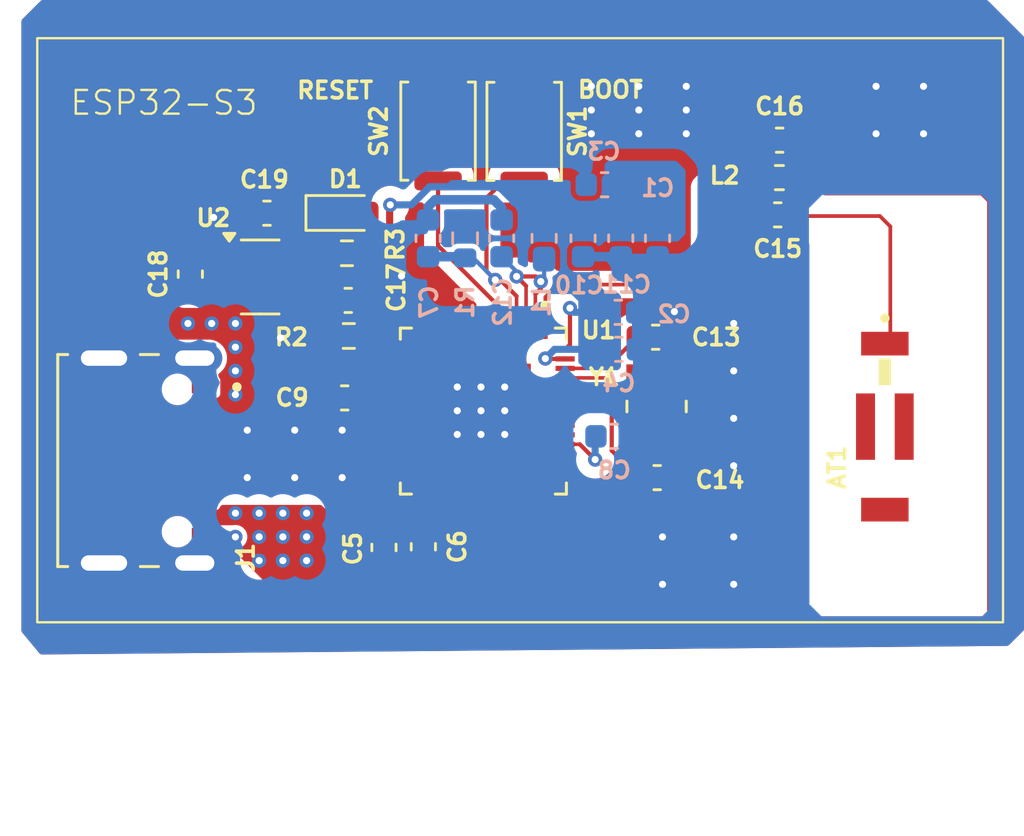
<source format=kicad_pcb>
(kicad_pcb (version 20241229) (generator "pcbnew") (generator_version "9.0")
  (layers (0 "F.Cu" signal) (4 "In1.Cu" signal) (6 "In2.Cu" signal) (2 "B.Cu" signal) (13 "F.Paste" user) (15 "B.Paste" user) (5 "F.SilkS" user "F.Silkscreen") (7 "B.SilkS" user "B.Silkscreen") (1 "F.Mask" user) (3 "B.Mask" user) (25 "Edge.Cuts" user))
  (net 0 "")
  (net 1 "Net-(AT1-Pad1)")
  (net 2 "/ESP32-S3/GND")
  (net 3 "/ESP32-S3/3V3")
  (net 4 "/ESP32-S3/VDD_SPI")
  (net 5 "Net-(U1-CHIP_PU)")
  (net 6 "/ESP32-S3/VDD3P3_CPU")
  (net 7 "/ESP32-S3/VDD3P3_RTC")
  (net 8 "/ESP32-S3/VDD3P3")
  (net 9 "Net-(C13-Pad1)")
  (net 10 "Net-(U1-XTAL_P)")
  (net 11 "Net-(U1-XTAL_N)")
  (net 12 "Net-(C14-Pad1)")
  (net 13 "/ESP32-S3/LNA_IN")
  (net 14 "/ESP32-S3/D-")
  (net 15 "/ESP32-S3/D+")
  (net 16 "Net-(U1-GPIO0)")
  (net 17 "/ESP32-S3/SPID")
  (net 18 "/ESP32-S3/SPIHD")
  (net 19 "/ESP32-S3/XTAL_32K_P")
  (net 20 "/ESP32-S3/MTMS")
  (net 21 "/ESP32-S3/GPIO46")
  (net 22 "/ESP32-S3/GPIO13")
  (net 23 "/ESP32-S3/GPIO7")
  (net 24 "/ESP32-S3/U0TXD")
  (net 25 "/ESP32-S3/SPIWP")
  (net 26 "/ESP32-S3/XTAL_32K_N")
  (net 27 "/ESP32-S3/MTDI")
  (net 28 "/ESP32-S3/SPICLK_N")
  (net 29 "/ESP32-S3/MTDO")
  (net 30 "/ESP32-S3/GPIO34")
  (net 31 "/ESP32-S3/GPIO12")
  (net 32 "/ESP32-S3/SPICS1")
  (net 33 "/ESP32-S3/SPIQ")
  (net 34 "/ESP32-S3/GPIO36")
  (net 35 "/ESP32-S3/GPIO3")
  (net 36 "/ESP32-S3/GPIO35")
  (net 37 "/ESP32-S3/MTCK")
  (net 38 "/ESP32-S3/U0RXD")
  (net 39 "/ESP32-S3/GPIO38")
  (net 40 "/ESP32-S3/GPIO45")
  (net 41 "/ESP32-S3/GPIO11")
  (net 42 "/ESP32-S3/GPIO21")
  (net 43 "/ESP32-S3/SPICLK_P")
  (net 44 "/ESP32-S3/GPIO17")
  (net 45 "/ESP32-S3/GPIO8")
  (net 46 "/ESP32-S3/GPIO14")
  (net 47 "/ESP32-S3/GPIO37")
  (net 48 "/ESP32-S3/GPIO33")
  (net 49 "/ESP32-S3/GPIO2")
  (net 50 "/ESP32-S3/GPIO5")
  (net 51 "/ESP32-S3/GPIO4")
  (net 52 "/ESP32-S3/SPICLK")
  (net 53 "/ESP32-S3/GPIO1")
  (net 54 "/ESP32-S3/GPIO6")
  (net 55 "/ESP32-S3/GPIO9")
  (net 56 "/ESP32-S3/SPICS0")
  (net 57 "/ESP32-S3/GPIO18")
  (net 60 "/ESP32-S3/VBUS")
  (net 63 "Net-(D1-A)")
  (net 64 "/ESP32-S3/GPIO10_DBLTAP")
  (footprint "LED_SMD:LED_0603_1608Metric_Pad1.05x0.95mm_HandSolder" (layer "F.Cu") (at 156.6325 107.34)
    (property "Reference" "D1" (at 0 -1.43 0) (layer "F.SilkS") (effects (font (size 0.7 0.7) (thickness 0.153))))
    (property "Value" "LED")
    (pad "1" smd roundrect (at -0.875 0) (size 1.05 0.95) (layers "F.Cu" "F.Mask" "F.Paste") (net 2 "/ESP32-S3/GND"))
    (pad "2" smd roundrect (at 0.875 0) (size 1.05 0.95) (layers "F.Cu" "F.Mask" "F.Paste") (net 63 "Net-(D1-A)"))
  )
  (footprint "Library:C_0603_1608Metric" (layer "F.Cu") (at 156.605 115.14 180)
    (property "Reference" "C9" (at 2.215 0.01 0) (layer "F.SilkS") (effects (font (size 0.7 0.7) (thickness 0.153))))
    (property "Value" "1uF")
    (pad "1" smd roundrect (at -0.775 0 180) (size 0.9 0.95) (layers "F.Cu" "F.Mask" "F.Paste") (net 7 "/ESP32-S3/VDD3P3_RTC"))
    (pad "2" smd roundrect (at 0.775 0 180) (size 0.9 0.95) (layers "F.Cu" "F.Mask" "F.Paste") (net 2 "/ESP32-S3/GND"))
  )
  (footprint "Library:C_0603_1608Metric" (layer "F.Cu") (at 159.92 121.415 -90)
    (property "Reference" "C6" (at 0 -1.43 90) (layer "F.SilkS") (effects (font (size 0.7 0.7) (thickness 0.153))))
    (property "Value" "0.1uF")
    (pad "1" smd roundrect (at -0.775 0 270) (size 0.9 0.95) (layers "F.Cu" "F.Mask" "F.Paste") (net 4 "/ESP32-S3/VDD_SPI"))
    (pad "2" smd roundrect (at 0.775 0 270) (size 0.9 0.95) (layers "F.Cu" "F.Mask" "F.Paste") (net 2 "/ESP32-S3/GND"))
  )
  (footprint "Library:ANTENNA_2450AT43B100E" (layer "F.Cu") (at 179.37 116.35 90)
    (property "Reference" "AT1" (at -1.714265 -2.013025 90) (layer "F.SilkS") (effects (font (size 0.7 0.7) (thickness 0.153))))
    (property "Value" "2450AT43B100E")
    (pad "1" smd rect (at 3.5 0 90) (size 1 2) (layers "F.Cu" "F.Mask" "F.Paste") (net 1 "Net-(AT1-Pad1)"))
    (pad "2" smd rect (at -3.5 0 90) (size 1 2) (layers "F.Cu" "F.Mask" "F.Paste"))
    (pad "3" smd rect (at 0 -0.815 90) (size 2.8 0.8) (layers "F.Cu" "F.Mask" "F.Paste"))
    (pad "4" smd rect (at 0 0.815 90) (size 2.8 0.8) (layers "F.Cu" "F.Mask" "F.Paste"))
  )
  (footprint "Capacitor_SMD:C_0603_1608Metric" (layer "F.Cu") (at 150.1 109.92 -90)
    (property "Reference" "C18" (at 0 1.35 90) (layer "F.SilkS") (effects (font (size 0.7 0.7) (thickness 0.153))))
    (property "Value" "22uF")
    (pad "1" smd roundrect (at -0.775 0 270) (size 0.9 0.95) (layers "F.Cu" "F.Mask" "F.Paste") (net 60 "/ESP32-S3/VBUS"))
    (pad "2" smd roundrect (at 0.775 0 270) (size 0.9 0.95) (layers "F.Cu" "F.Mask" "F.Paste") (net 2 "/ESP32-S3/GND"))
  )
  (footprint "Library:XTAL_SXT32412CC38-40.000MT" (layer "F.Cu") (at 169.75 115.5)
    (property "Reference" "Y1" (at -2.2 -1.24 0) (layer "F.SilkS") (effects (font (size 0.7 0.7) (thickness 0.153))))
    (property "Value" "40Mhz")
    (pad "1" smd rect (at -0.775 -1.125) (size 1 1.3) (layers "F.Cu" "F.Mask" "F.Paste") (net 9 "Net-(C13-Pad1)"))
    (pad "2" smd rect (at -0.775 1.125) (size 1 1.3) (layers "F.Cu" "F.Mask" "F.Paste"))
    (pad "3" smd rect (at 0.775 1.125) (size 1 1.3) (layers "F.Cu" "F.Mask" "F.Paste") (net 12 "Net-(C14-Pad1)"))
    (pad "4" smd rect (at 0.775 -1.125) (size 1 1.3) (layers "F.Cu" "F.Mask" "F.Paste"))
  )
  (footprint "Library:SW_Push_SPST_NO_Alps_SKRK" (layer "F.Cu") (at 164.17 103.9 -90)
    (property "Reference" "SW1" (at 0 -2.25 90) (layer "F.SilkS") (effects (font (size 0.7 0.7) (thickness 0.153))))
    (property "Value" "RESET" (at -1.73 7.97 0) (layer "F.SilkS") (effects (font (size 0.7 0.7) (thickness 0.153) (bold yes))))
    (pad "1" smd roundrect (at -2.1 0 270) (size 0.8 2) (layers "F.Cu" "F.Mask" "F.Paste") (net 2 "/ESP32-S3/GND"))
    (pad "2" smd roundrect (at 2.1 0 270) (size 0.8 2) (layers "F.Cu" "F.Mask" "F.Paste") (net 5 "Net-(U1-CHIP_PU)"))
  )
  (footprint "Library:C_0603_1608Metric" (layer "F.Cu") (at 156.755 111.0275 180)
    (property "Reference" "C17" (at -2.025 0.5375 90) (layer "F.SilkS") (effects (font (size 0.7 0.7) (thickness 0.153))))
    (property "Value" "1uF")
    (pad "1" smd roundrect (at -0.775 0 180) (size 0.9 0.95) (layers "F.Cu" "F.Mask" "F.Paste") (net 64 "/ESP32-S3/GPIO10_DBLTAP"))
    (pad "2" smd roundrect (at 0.775 0 180) (size 0.9 0.95) (layers "F.Cu" "F.Mask" "F.Paste") (net 2 "/ESP32-S3/GND"))
  )
  (footprint "Library:JAE_DX07S016JA1R1500" (layer "F.Cu") (at 149.5625 117.78075 -90)
    (property "Reference" "J1" (at 4.09 -2.87 90) (layer "F.SilkS") (effects (font (size 0.7 0.7) (thickness 0.153) (bold yes))))
    (property "Value" "DX07S016JA1R1500")
    (pad "" np_thru_hole circle (at -3 0 270) (size 0.63 0.63) (drill 0.63) (layers "*.Cu" "*.Mask"))
    (pad "" np_thru_hole circle (at 3 0 270) (size 0.63 0.63) (drill 0.63) (layers "*.Cu" "*.Mask"))
    (pad "1" smd rect (at -3.1 -1.1 270) (size 0.52 1) (layers "F.Cu" "F.Mask" "F.Paste") (net 2 "/ESP32-S3/GND"))
    (pad "2" smd rect (at -2.35 -1.1 270) (size 0.52 1) (layers "F.Cu" "F.Mask" "F.Paste") (net 60 "/ESP32-S3/VBUS"))
    (pad "3" smd rect (at -1.75 -1.1 270) (size 0.27 1) (layers "F.Cu" "F.Mask" "F.Paste"))
    (pad "4" smd rect (at -1.25 -1.1 270) (size 0.27 1) (layers "F.Cu" "F.Mask" "F.Paste"))
    (pad "5" smd rect (at -0.75 -1.1 270) (size 0.27 1) (layers "F.Cu" "F.Mask" "F.Paste") (net 14 "/ESP32-S3/D-"))
    (pad "6" smd rect (at -0.25 -1.1 270) (size 0.27 1) (layers "F.Cu" "F.Mask" "F.Paste") (net 15 "/ESP32-S3/D+"))
    (pad "7" smd rect (at 0.25 -1.1 270) (size 0.27 1) (layers "F.Cu" "F.Mask" "F.Paste") (net 15 "/ESP32-S3/D+"))
    (pad "8" smd rect (at 0.75 -1.1 270) (size 0.27 1) (layers "F.Cu" "F.Mask" "F.Paste") (net 14 "/ESP32-S3/D-"))
    (pad "9" smd rect (at 1.25 -1.1 270) (size 0.27 1) (layers "F.Cu" "F.Mask" "F.Paste"))
    (pad "10" smd rect (at 1.75 -1.1 270) (size 0.27 1) (layers "F.Cu" "F.Mask" "F.Paste"))
    (pad "11" smd rect (at 2.35 -1.1 270) (size 0.52 1) (layers "F.Cu" "F.Mask" "F.Paste") (net 60 "/ESP32-S3/VBUS"))
    (pad "12" smd rect (at 3.1 -1.1 270) (size 0.52 1) (layers "F.Cu" "F.Mask" "F.Paste") (net 2 "/ESP32-S3/GND"))
    (pad "S1" smd rect (at -1.4 3.1 270) (size 1 2) (layers "F.Cu" "F.Mask" "F.Paste") (net 2 "/ESP32-S3/GND"))
    (pad "S2" smd rect (at 1.4 3.1 270) (size 1 2) (layers "F.Cu" "F.Mask" "F.Paste") (net 2 "/ESP32-S3/GND"))
    (pad "S3" thru_hole oval (at -4.32 -0.725 270) (size 1.158 2.316) (drill oval 0.65 1.65) (layers "*.Cu" "*.Mask") (net 2 "/ESP32-S3/GND"))
    (pad "S4" thru_hole oval (at 4.32 -0.725 270) (size 1.158 2.316) (drill oval 0.65 1.65) (layers "*.Cu" "*.Mask") (net 2 "/ESP32-S3/GND"))
    (pad "S5" thru_hole oval (at -4.32 3.1 270) (size 1.2 2.4) (drill oval 0.65 1.95) (layers "*.Cu" "*.Mask") (net 2 "/ESP32-S3/GND"))
    (pad "S6" thru_hole oval (at 4.32 3.1 270) (size 1.2 2.4) (drill oval 0.65 1.95) (layers "*.Cu" "*.Mask") (net 2 "/ESP32-S3/GND"))
  )
  (footprint "Library:C_0603_1608Metric" (layer "F.Cu") (at 174.935 104.27)
    (property "Reference" "C16" (at 0 -1.43 0) (layer "F.SilkS") (effects (font (size 0.7 0.7) (thickness 0.153))))
    (property "Value" "1uF")
    (pad "1" smd roundrect (at -0.775 0) (size 0.9 0.95) (layers "F.Cu" "F.Mask" "F.Paste") (net 13 "/ESP32-S3/LNA_IN"))
    (pad "2" smd roundrect (at 0.775 0) (size 0.9 0.95) (layers "F.Cu" "F.Mask" "F.Paste") (net 2 "/ESP32-S3/GND"))
  )
  (footprint "Capacitor_SMD:C_0603_1608Metric" (layer "F.Cu") (at 153.33 107.35 180)
    (property "Reference" "C19" (at 0.11 1.42 0) (layer "F.SilkS") (effects (font (size 0.7 0.7) (thickness 0.153))))
    (property "Value" "22uF")
    (pad "1" smd roundrect (at -0.775 0 180) (size 0.9 0.95) (layers "F.Cu" "F.Mask" "F.Paste") (net 3 "/ESP32-S3/3V3"))
    (pad "2" smd roundrect (at 0.775 0 180) (size 0.9 0.95) (layers "F.Cu" "F.Mask" "F.Paste") (net 2 "/ESP32-S3/GND"))
  )
  (footprint "Library:C_0603_1608Metric" (layer "F.Cu") (at 158.26 121.445 90)
    (property "Reference" "C5" (at -0.055 -1.31 90) (layer "F.SilkS") (effects (font (size 0.7 0.7) (thickness 0.153))))
    (property "Value" "1uF")
    (pad "1" smd roundrect (at -0.775 0 90) (size 0.9 0.95) (layers "F.Cu" "F.Mask" "F.Paste") (net 2 "/ESP32-S3/GND"))
    (pad "2" smd roundrect (at 0.775 0 90) (size 0.9 0.95) (layers "F.Cu" "F.Mask" "F.Paste") (net 4 "/ESP32-S3/VDD_SPI"))
  )
  (footprint "Library:C_0603_1608Metric" (layer "F.Cu") (at 169.775 118.5 180)
    (property "Reference" "C14" (at -2.645 -0.1 0) (layer "F.SilkS") (effects (font (size 0.7 0.7) (thickness 0.153))))
    (property "Value" "16pF")
    (pad "1" smd roundrect (at -0.775 0 180) (size 0.9 0.95) (layers "F.Cu" "F.Mask" "F.Paste") (net 12 "Net-(C14-Pad1)"))
    (pad "2" smd roundrect (at 0.775 0 180) (size 0.9 0.95) (layers "F.Cu" "F.Mask" "F.Paste") (net 11 "Net-(U1-XTAL_N)"))
  )
  (footprint "Library:SW_Push_SPST_NO_Alps_SKRK" (layer "F.Cu") (at 160.54 103.89 90)
    (property "Reference" "SW2" (at 0 -2.5 90) (layer "F.SilkS") (effects (font (size 0.7 0.7) (thickness 0.153))))
    (property "Value" "BOOT" (at 1.75 7.26 180) (layer "F.SilkS") (effects (font (size 0.7 0.7) (thickness 0.153) (bold yes))))
    (pad "1" smd roundrect (at -2.1 0 90) (size 0.8 2) (layers "F.Cu" "F.Mask" "F.Paste") (net 16 "Net-(U1-GPIO0)"))
    (pad "2" smd roundrect (at 2.1 0 90) (size 0.8 2) (layers "F.Cu" "F.Mask" "F.Paste") (net 2 "/ESP32-S3/GND"))
  )
  (footprint "Library:C_0603_1608Metric" (layer "F.Cu") (at 169.71 112.58 180)
    (property "Reference" "C13" (at -2.55 0 0) (layer "F.SilkS") (effects (font (size 0.7 0.7) (thickness 0.153))))
    (property "Value" "16pF")
    (pad "1" smd roundrect (at -0.775 0 180) (size 0.9 0.95) (layers "F.Cu" "F.Mask" "F.Paste") (net 9 "Net-(C13-Pad1)"))
    (pad "2" smd roundrect (at 0.775 0 180) (size 0.9 0.95) (layers "F.Cu" "F.Mask" "F.Paste") (net 10 "Net-(U1-XTAL_P)"))
  )
  (footprint "Library:R_0603_1608Metric" (layer "F.Cu") (at 156.78 112.5275 180)
    (property "Reference" "R2" (at 2.42 -0.0525 0) (layer "F.SilkS") (effects (font (size 0.7 0.7) (thickness 0.153))))
    (property "Value" "1M")
    (pad "1" smd roundrect (at -0.825 0 180) (size 0.8 0.95) (layers "F.Cu" "F.Mask" "F.Paste") (net 64 "/ESP32-S3/GPIO10_DBLTAP"))
    (pad "2" smd roundrect (at 0.825 0 180) (size 0.8 0.95) (layers "F.Cu" "F.Mask" "F.Paste") (net 2 "/ESP32-S3/GND"))
  )
  (footprint "Library:C_0603_1608Metric" (layer "F.Cu") (at 174.855 107.42 180)
    (property "Reference" "C15" (at 0 -1.43 0) (layer "F.SilkS") (effects (font (size 0.7 0.7) (thickness 0.153))))
    (property "Value" "0.1uF")
    (pad "1" smd roundrect (at -0.775 0 180) (size 0.9 0.95) (layers "F.Cu" "F.Mask" "F.Paste") (net 1 "Net-(AT1-Pad1)"))
    (pad "2" smd roundrect (at 0.775 0 180) (size 0.9 0.95) (layers "F.Cu" "F.Mask" "F.Paste") (net 2 "/ESP32-S3/GND"))
  )
  (footprint "Resistor_SMD:R_0603_1608Metric" (layer "F.Cu") (at 156.7 109.04)
    (property "Reference" "R3" (at 2.04 -0.37 90) (layer "F.SilkS") (effects (font (size 0.7 0.7) (thickness 0.153))))
    (property "Value" "4.7K")
    (pad "1" smd roundrect (at -0.825 0) (size 0.8 0.95) (layers "F.Cu" "F.Mask" "F.Paste") (net 3 "/ESP32-S3/3V3"))
    (pad "2" smd roundrect (at 0.825 0) (size 0.8 0.95) (layers "F.Cu" "F.Mask" "F.Paste") (net 63 "Net-(D1-A)"))
  )
  (footprint "Library:QFN40P700X700X90-57N" (layer "F.Cu") (at 162.45 115.695 -90)
    (property "Reference" "U1" (at -3.41 -4.86 0) (layer "F.SilkS") (effects (font (size 0.7 0.7) (thickness 0.153))))
    (property "Value" "ESP32-S3FN8")
    (pad "1" smd roundrect (at -3.445 -2.6 270) (size 0.81 0.22) (layers "F.Cu" "F.Mask" "F.Paste") (roundrect_rratio 0.125) (net 13 "/ESP32-S3/LNA_IN"))
    (pad "2" smd roundrect (at -3.445 -2.2 270) (size 0.81 0.22) (layers "F.Cu" "F.Mask" "F.Paste") (roundrect_rratio 0.125) (net 8 "/ESP32-S3/VDD3P3"))
    (pad "3" smd roundrect (at -3.445 -1.8 270) (size 0.81 0.22) (layers "F.Cu" "F.Mask" "F.Paste") (roundrect_rratio 0.125) (net 8 "/ESP32-S3/VDD3P3"))
    (pad "4" smd roundrect (at -3.445 -1.4 270) (size 0.81 0.22) (layers "F.Cu" "F.Mask" "F.Paste") (roundrect_rratio 0.125) (net 5 "Net-(U1-CHIP_PU)"))
    (pad "5" smd roundrect (at -3.445 -1 270) (size 0.81 0.22) (layers "F.Cu" "F.Mask" "F.Paste") (roundrect_rratio 0.125) (net 16 "Net-(U1-GPIO0)"))
    (pad "6" smd roundrect (at -3.445 -0.6 270) (size 0.81 0.22) (layers "F.Cu" "F.Mask" "F.Paste") (roundrect_rratio 0.125) (net 53 "/ESP32-S3/GPIO1"))
    (pad "7" smd roundrect (at -3.445 -0.2 270) (size 0.81 0.22) (layers "F.Cu" "F.Mask" "F.Paste") (roundrect_rratio 0.125) (net 49 "/ESP32-S3/GPIO2"))
    (pad "8" smd roundrect (at -3.445 0.2 270) (size 0.81 0.22) (layers "F.Cu" "F.Mask" "F.Paste") (roundrect_rratio 0.125) (net 35 "/ESP32-S3/GPIO3"))
    (pad "9" smd roundrect (at -3.445 0.6 270) (size 0.81 0.22) (layers "F.Cu" "F.Mask" "F.Paste") (roundrect_rratio 0.125) (net 51 "/ESP32-S3/GPIO4"))
    (pad "10" smd roundrect (at -3.445 1 270) (size 0.81 0.22) (layers "F.Cu" "F.Mask" "F.Paste") (roundrect_rratio 0.125) (net 50 "/ESP32-S3/GPIO5"))
    (pad "11" smd roundrect (at -3.445 1.4 270) (size 0.81 0.22) (layers "F.Cu" "F.Mask" "F.Paste") (roundrect_rratio 0.125) (net 54 "/ESP32-S3/GPIO6"))
    (pad "12" smd roundrect (at -3.445 1.8 270) (size 0.81 0.22) (layers "F.Cu" "F.Mask" "F.Paste") (roundrect_rratio 0.125) (net 23 "/ESP32-S3/GPIO7"))
    (pad "13" smd roundrect (at -3.445 2.2 270) (size 0.81 0.22) (layers "F.Cu" "F.Mask" "F.Paste") (roundrect_rratio 0.125) (net 45 "/ESP32-S3/GPIO8"))
    (pad "14" smd roundrect (at -3.445 2.6 270) (size 0.81 0.22) (layers "F.Cu" "F.Mask" "F.Paste") (roundrect_rratio 0.125) (net 55 "/ESP32-S3/GPIO9"))
    (pad "15" smd roundrect (at -2.6 3.445 270) (size 0.22 0.81) (layers "F.Cu" "F.Mask" "F.Paste") (roundrect_rratio 0.125) (net 64 "/ESP32-S3/GPIO10_DBLTAP"))
    (pad "16" smd roundrect (at -2.2 3.445 270) (size 0.22 0.81) (layers "F.Cu" "F.Mask" "F.Paste") (roundrect_rratio 0.125) (net 41 "/ESP32-S3/GPIO11"))
    (pad "17" smd roundrect (at -1.8 3.445 270) (size 0.22 0.81) (layers "F.Cu" "F.Mask" "F.Paste") (roundrect_rratio 0.125) (net 31 "/ESP32-S3/GPIO12"))
    (pad "18" smd roundrect (at -1.4 3.445 270) (size 0.22 0.81) (layers "F.Cu" "F.Mask" "F.Paste") (roundrect_rratio 0.125) (net 22 "/ESP32-S3/GPIO13"))
    (pad "19" smd roundrect (at -1 3.445 270) (size 0.22 0.81) (layers "F.Cu" "F.Mask" "F.Paste") (roundrect_rratio 0.125) (net 46 "/ESP32-S3/GPIO14"))
    (pad "20" smd roundrect (at -0.6 3.445 270) (size 0.22 0.81) (layers "F.Cu" "F.Mask" "F.Paste") (roundrect_rratio 0.125) (net 7 "/ESP32-S3/VDD3P3_RTC"))
    (pad "21" smd roundrect (at -0.2 3.445 270) (size 0.22 0.81) (layers "F.Cu" "F.Mask" "F.Paste") (roundrect_rratio 0.125) (net 19 "/ESP32-S3/XTAL_32K_P"))
    (pad "22" smd roundrect (at 0.2 3.445 270) (size 0.22 0.81) (layers "F.Cu" "F.Mask" "F.Paste") (roundrect_rratio 0.125) (net 26 "/ESP32-S3/XTAL_32K_N"))
    (pad "23" smd roundrect (at 0.6 3.445 270) (size 0.22 0.81) (layers "F.Cu" "F.Mask" "F.Paste") (roundrect_rratio 0.125) (net 44 "/ESP32-S3/GPIO17"))
    (pad "24" smd roundrect (at 1 3.445 270) (size 0.22 0.81) (layers "F.Cu" "F.Mask" "F.Paste") (roundrect_rratio 0.125) (net 57 "/ESP32-S3/GPIO18"))
    (pad "25" smd roundrect (at 1.4 3.445 270) (size 0.22 0.81) (layers "F.Cu" "F.Mask" "F.Paste") (roundrect_rratio 0.125) (net 14 "/ESP32-S3/D-"))
    (pad "26" smd roundrect (at 1.8 3.445 270) (size 0.22 0.81) (layers "F.Cu" "F.Mask" "F.Paste") (roundrect_rratio 0.125) (net 15 "/ESP32-S3/D+"))
    (pad "27" smd roundrect (at 2.2 3.445 270) (size 0.22 0.81) (layers "F.Cu" "F.Mask" "F.Paste") (roundrect_rratio 0.125) (net 42 "/ESP32-S3/GPIO21"))
    (pad "28" smd roundrect (at 2.6 3.445 270) (size 0.22 0.81) (layers "F.Cu" "F.Mask" "F.Paste") (roundrect_rratio 0.125) (net 32 "/ESP32-S3/SPICS1"))
    (pad "29" smd roundrect (at 3.445 2.6 270) (size 0.81 0.22) (layers "F.Cu" "F.Mask" "F.Paste") (roundrect_rratio 0.125) (net 4 "/ESP32-S3/VDD_SPI"))
    (pad "30" smd roundrect (at 3.445 2.2 270) (size 0.81 0.22) (layers "F.Cu" "F.Mask" "F.Paste") (roundrect_rratio 0.125) (net 18 "/ESP32-S3/SPIHD"))
    (pad "31" smd roundrect (at 3.445 1.8 270) (size 0.81 0.22) (layers "F.Cu" "F.Mask" "F.Paste") (roundrect_rratio 0.125) (net 25 "/ESP32-S3/SPIWP"))
    (pad "32" smd roundrect (at 3.445 1.4 270) (size 0.81 0.22) (layers "F.Cu" "F.Mask" "F.Paste") (roundrect_rratio 0.125) (net 56 "/ESP32-S3/SPICS0"))
    (pad "33" smd roundrect (at 3.445 1 270) (size 0.81 0.22) (layers "F.Cu" "F.Mask" "F.Paste") (roundrect_rratio 0.125) (net 52 "/ESP32-S3/SPICLK"))
    (pad "34" smd roundrect (at 3.445 0.6 270) (size 0.81 0.22) (layers "F.Cu" "F.Mask" "F.Paste") (roundrect_rratio 0.125) (net 33 "/ESP32-S3/SPIQ"))
    (pad "35" smd roundrect (at 3.445 0.2 270) (size 0.81 0.22) (layers "F.Cu" "F.Mask" "F.Paste") (roundrect_rratio 0.125) (net 17 "/ESP32-S3/SPID"))
    (pad "36" smd roundrect (at 3.445 -0.2 270) (size 0.81 0.22) (layers "F.Cu" "F.Mask" "F.Paste") (roundrect_rratio 0.125) (net 28 "/ESP32-S3/SPICLK_N"))
    (pad "37" smd roundrect (at 3.445 -0.6 270) (size 0.81 0.22) (layers "F.Cu" "F.Mask" "F.Paste") (roundrect_rratio 0.125) (net 43 "/ESP32-S3/SPICLK_P"))
    (pad "38" smd roundrect (at 3.445 -1 270) (size 0.81 0.22) (layers "F.Cu" "F.Mask" "F.Paste") (roundrect_rratio 0.125) (net 48 "/ESP32-S3/GPIO33"))
    (pad "39" smd roundrect (at 3.445 -1.4 270) (size 0.81 0.22) (layers "F.Cu" "F.Mask" "F.Paste") (roundrect_rratio 0.125) (net 30 "/ESP32-S3/GPIO34"))
    (pad "40" smd roundrect (at 3.445 -1.8 270) (size 0.81 0.22) (layers "F.Cu" "F.Mask" "F.Paste") (roundrect_rratio 0.125) (net 36 "/ESP32-S3/GPIO35"))
    (pad "41" smd roundrect (at 3.445 -2.2 270) (size 0.81 0.22) (layers "F.Cu" "F.Mask" "F.Paste") (roundrect_rratio 0.125) (net 34 "/ESP32-S3/GPIO36"))
    (pad "42" smd roundrect (at 3.445 -2.6 270) (size 0.81 0.22) (layers "F.Cu" "F.Mask" "F.Paste") (roundrect_rratio 0.125) (net 47 "/ESP32-S3/GPIO37"))
    (pad "43" smd roundrect (at 2.6 -3.445 270) (size 0.22 0.81) (layers "F.Cu" "F.Mask" "F.Paste") (roundrect_rratio 0.125) (net 39 "/ESP32-S3/GPIO38"))
    (pad "44" smd roundrect (at 2.2 -3.445 270) (size 0.22 0.81) (layers "F.Cu" "F.Mask" "F.Paste") (roundrect_rratio 0.125) (net 37 "/ESP32-S3/MTCK"))
    (pad "45" smd roundrect (at 1.8 -3.445 270) (size 0.22 0.81) (layers "F.Cu" "F.Mask" "F.Paste") (roundrect_rratio 0.125) (net 29 "/ESP32-S3/MTDO"))
    (pad "46" smd roundrect (at 1.4 -3.445 270) (size 0.22 0.81) (layers "F.Cu" "F.Mask" "F.Paste") (roundrect_rratio 0.125) (net 6 "/ESP32-S3/VDD3P3_CPU"))
    (pad "47" smd roundrect (at 1 -3.445 270) (size 0.22 0.81) (layers "F.Cu" "F.Mask" "F.Paste") (roundrect_rratio 0.125) (net 27 "/ESP32-S3/MTDI"))
    (pad "48" smd roundrect (at 0.6 -3.445 270) (size 0.22 0.81) (layers "F.Cu" "F.Mask" "F.Paste") (roundrect_rratio 0.125) (net 20 "/ESP32-S3/MTMS"))
    (pad "49" smd roundrect (at 0.2 -3.445 270) (size 0.22 0.81) (layers "F.Cu" "F.Mask" "F.Paste") (roundrect_rratio 0.125) (net 24 "/ESP32-S3/U0TXD"))
    (pad "50" smd roundrect (at -0.2 -3.445 270) (size 0.22 0.81) (layers "F.Cu" "F.Mask" "F.Paste") (roundrect_rratio 0.125) (net 38 "/ESP32-S3/U0RXD"))
    (pad "51" smd roundrect (at -0.6 -3.445 270) (size 0.22 0.81) (layers "F.Cu" "F.Mask" "F.Paste") (roundrect_rratio 0.125) (net 40 "/ESP32-S3/GPIO45"))
    (pad "52" smd roundrect (at -1 -3.445 270) (size 0.22 0.81) (layers "F.Cu" "F.Mask" "F.Paste") (roundrect_rratio 0.125) (net 21 "/ESP32-S3/GPIO46"))
    (pad "53" smd roundrect (at -1.4 -3.445 270) (size 0.22 0.81) (layers "F.Cu" "F.Mask" "F.Paste") (roundrect_rratio 0.125) (net 11 "Net-(U1-XTAL_N)"))
    (pad "54" smd roundrect (at -1.8 -3.445 270) (size 0.22 0.81) (layers "F.Cu" "F.Mask" "F.Paste") (roundrect_rratio 0.125) (net 10 "Net-(U1-XTAL_P)"))
    (pad "55" smd roundrect (at -2.2 -3.445 270) (size 0.22 0.81) (layers "F.Cu" "F.Mask" "F.Paste") (roundrect_rratio 0.125) (net 3 "/ESP32-S3/3V3"))
    (pad "56" smd roundrect (at -2.6 -3.445 270) (size 0.22 0.81) (layers "F.Cu" "F.Mask" "F.Paste") (roundrect_rratio 0.125) (net 3 "/ESP32-S3/3V3"))
    (pad "57" smd rect (at 0 0 270) (size 4 4) (layers "F.Cu" "F.Mask") (net 2 "/ESP32-S3/GND"))
  )
  (footprint "Package_TO_SOT_SMD:SOT-23-5" (layer "F.Cu") (at 153.0425 110.04)
    (property "Reference" "U2" (at -1.9725 -2.49 0) (layer "F.SilkS") (effects (font (size 0.7 0.7) (thickness 0.153))))
    (property "Value" "AP2112K-3.3")
    (pad "1" smd roundrect (at -1.1375 -0.95) (size 1.325 0.6) (layers "F.Cu" "F.Mask" "F.Paste") (net 60 "/ESP32-S3/VBUS"))
    (pad "2" smd roundrect (at -1.1375 0) (size 1.325 0.6) (layers "F.Cu" "F.Mask" "F.Paste") (net 2 "/ESP32-S3/GND"))
    (pad "3" smd roundrect (at -1.1375 0.95) (size 1.325 0.6) (layers "F.Cu" "F.Mask" "F.Paste") (net 60 "/ESP32-S3/VBUS"))
    (pad "4" smd roundrect (at 1.1375 0.95) (size 1.325 0.6) (layers "F.Cu" "F.Mask" "F.Paste"))
    (pad "5" smd roundrect (at 1.1375 -0.95) (size 1.325 0.6) (layers "F.Cu" "F.Mask" "F.Paste") (net 3 "/ESP32-S3/3V3"))
  )
  (footprint "Library:L_0603_1608Metric_Pad1.05x0.95mm_HandSolder" (layer "F.Cu") (at 174.925 105.85 180)
    (property "Reference" "L2" (at 2.305 0.09 0) (layer "F.SilkS") (effects (font (size 0.7 0.7) (thickness 0.153))))
    (property "Value" "2.2nH")
    (pad "1" smd roundrect (at -0.875 0 180) (size 1.05 0.95) (layers "F.Cu" "F.Mask" "F.Paste") (net 1 "Net-(AT1-Pad1)"))
    (pad "2" smd roundrect (at 0.875 0 180) (size 1.05 0.95) (layers "F.Cu" "F.Mask" "F.Paste") (net 13 "/ESP32-S3/LNA_IN"))
  )
  (footprint "Library:C_0603_1608Metric" (layer "B.Cu") (at 169.79 108.41 -90)
    (property "Reference" "C1" (at -2.12 -0.01 180) (layer "B.SilkS") (effects (font (size 0.7 0.7) (thickness 0.153)) (justify mirror)))
    (property "Value" "1uF")
    (pad "1" smd roundrect (at -0.775 0 270) (size 0.9 0.95) (layers "B.Cu" "B.Mask" "B.Paste") (net 3 "/ESP32-S3/3V3"))
    (pad "2" smd roundrect (at 0.775 0 270) (size 0.9 0.95) (layers "B.Cu" "B.Mask" "B.Paste") (net 2 "/ESP32-S3/GND"))
  )
  (footprint "Library:R_0603_1608Metric" (layer "B.Cu") (at 161.68 108.41 -90)
    (property "Reference" "R1" (at 2.690001 0 90) (layer "B.SilkS") (effects (font (size 0.7 0.7) (thickness 0.153)) (justify mirror)))
    (property "Value" "10k")
    (pad "1" smd roundrect (at -0.825 0 270) (size 0.8 0.95) (layers "B.Cu" "B.Mask" "B.Paste") (net 3 "/ESP32-S3/3V3"))
    (pad "2" smd roundrect (at 0.825 0 270) (size 0.8 0.95) (layers "B.Cu" "B.Mask" "B.Paste") (net 5 "Net-(U1-CHIP_PU)"))
  )
  (footprint "Library:C_0603_1608Metric" (layer "B.Cu") (at 168.16 113.09)
    (property "Reference" "C4" (at 0 1.43 0) (layer "B.SilkS") (effects (font (size 0.7 0.7) (thickness 0.153)) (justify mirror)))
    (property "Value" "1uF")
    (pad "1" smd roundrect (at -0.775 0) (size 0.9 0.95) (layers "B.Cu" "B.Mask" "B.Paste") (net 3 "/ESP32-S3/3V3"))
    (pad "2" smd roundrect (at 0.775 0) (size 0.9 0.95) (layers "B.Cu" "B.Mask" "B.Paste") (net 2 "/ESP32-S3/GND"))
  )
  (footprint "Library:C_0603_1608Metric" (layer "B.Cu") (at 168.135 111.53)
    (property "Reference" "C2" (at 2.355 0.08 0) (layer "B.SilkS") (effects (font (size 0.7 0.7) (thickness 0.153)) (justify mirror)))
    (property "Value" "0.1uF")
    (pad "1" smd roundrect (at -0.775 0) (size 0.9 0.95) (layers "B.Cu" "B.Mask" "B.Paste") (net 3 "/ESP32-S3/3V3"))
    (pad "2" smd roundrect (at 0.775 0) (size 0.9 0.95) (layers "B.Cu" "B.Mask" "B.Paste") (net 2 "/ESP32-S3/GND"))
  )
  (footprint "Library:C_0603_1608Metric" (layer "B.Cu") (at 167.97 116.76)
    (property "Reference" "C8" (at 0 1.43 0) (layer "B.SilkS") (effects (font (size 0.7 0.7) (thickness 0.153)) (justify mirror)))
    (property "Value" "1uF")
    (pad "1" smd roundrect (at -0.775 0) (size 0.9 0.95) (layers "B.Cu" "B.Mask" "B.Paste") (net 6 "/ESP32-S3/VDD3P3_CPU"))
    (pad "2" smd roundrect (at 0.775 0) (size 0.9 0.95) (layers "B.Cu" "B.Mask" "B.Paste") (net 2 "/ESP32-S3/GND"))
  )
  (footprint "Library:C_0603_1608Metric" (layer "B.Cu") (at 166.65 108.41 -90)
    (property "Reference" "C10" (at 1.98 0.16 180) (layer "B.SilkS") (effects (font (size 0.7 0.7) (thickness 0.153)) (justify mirror)))
    (property "Value" "1uF")
    (pad "1" smd roundrect (at -0.775 0 270) (size 0.9 0.95) (layers "B.Cu" "B.Mask" "B.Paste") (net 3 "/ESP32-S3/3V3"))
    (pad "2" smd roundrect (at 0.775 0 270) (size 0.9 0.95) (layers "B.Cu" "B.Mask" "B.Paste") (net 2 "/ESP32-S3/GND"))
  )
  (footprint "Library:L_0603_1608Metric_Pad1.05x0.95mm_HandSolder" (layer "B.Cu") (at 165.01 108.41 90)
    (property "Reference" "L1" (at -2.69 -0.11 90) (layer "B.SilkS") (effects (font (size 0.7 0.7) (thickness 0.153)) (justify mirror)))
    (property "Value" "GZ2012D601TF")
    (pad "1" smd roundrect (at -0.875 0 90) (size 1.05 0.95) (layers "B.Cu" "B.Mask" "B.Paste") (net 8 "/ESP32-S3/VDD3P3"))
    (pad "2" smd roundrect (at 0.875 0 90) (size 1.05 0.95) (layers "B.Cu" "B.Mask" "B.Paste") (net 3 "/ESP32-S3/3V3"))
  )
  (footprint "Library:C_0603_1608Metric" (layer "B.Cu") (at 168.24 108.41 -90)
    (property "Reference" "C11" (at 1.95 -0.25 180) (layer "B.SilkS") (effects (font (size 0.7 0.7) (thickness 0.153)) (justify mirror)))
    (property "Value" "0.1uF")
    (pad "1" smd roundrect (at -0.775 0 270) (size 0.9 0.95) (layers "B.Cu" "B.Mask" "B.Paste") (net 3 "/ESP32-S3/3V3"))
    (pad "2" smd roundrect (at 0.775 0 270) (size 0.9 0.95) (layers "B.Cu" "B.Mask" "B.Paste") (net 2 "/ESP32-S3/GND"))
  )
  (footprint "Library:C_0603_1608Metric" (layer "B.Cu") (at 167.56 106.15 180)
    (property "Reference" "C3" (at 0.03 1.4 180) (layer "B.SilkS") (effects (font (size 0.7 0.7) (thickness 0.153)) (justify mirror)))
    (property "Value" "22uF")
    (pad "1" smd roundrect (at -0.775 0 180) (size 0.9 0.95) (layers "B.Cu" "B.Mask" "B.Paste") (net 3 "/ESP32-S3/3V3"))
    (pad "2" smd roundrect (at 0.775 0 180) (size 0.9 0.95) (layers "B.Cu" "B.Mask" "B.Paste") (net 2 "/ESP32-S3/GND"))
  )
  (footprint "Library:C_0603_1608Metric" (layer "B.Cu") (at 160.12 108.41 -90)
    (property "Reference" "C7" (at 2.690001 -0.04 90) (layer "B.SilkS") (effects (font (size 0.7 0.7) (thickness 0.153)) (justify mirror)))
    (property "Value" "1uF")
    (pad "1" smd roundrect (at -0.775 0 270) (size 0.9 0.95) (layers "B.Cu" "B.Mask" "B.Paste") (net 2 "/ESP32-S3/GND"))
    (pad "2" smd roundrect (at 0.775 0 270) (size 0.9 0.95) (layers "B.Cu" "B.Mask" "B.Paste") (net 5 "Net-(U1-CHIP_PU)"))
  )
  (footprint "Library:C_0603_1608Metric" (layer "B.Cu") (at 163.22 108.41 90)
    (property "Reference" "C12" (at -2.69 0.04 90) (layer "B.SilkS") (effects (font (size 0.7 0.7) (thickness 0.153)) (justify mirror)))
    (property "Value" "0.1uF")
    (pad "1" smd roundrect (at -0.775 0 90) (size 0.9 0.95) (layers "B.Cu" "B.Mask" "B.Paste") (net 8 "/ESP32-S3/VDD3P3"))
    (pad "2" smd roundrect (at 0.775 0 90) (size 0.9 0.95) (layers "B.Cu" "B.Mask" "B.Paste") (net 2 "/ESP32-S3/GND"))
  )
  (gr_rect (start 143.65 99.97) (end 184.35 124.6) (stroke (width 0.1)) (fill no) (layer "F.SilkS"))
  (gr_text "ESP32-S3" (at 144.97 103.28 0) (layer "F.SilkS") (effects (font (size 1 1) (thickness 0.1)) (justify left bottom)))
  (segment (start 179.6 112.62) (end 179.37 112.85) (width 0.1565) (layer "F.Cu") (net 1))
  (segment (start 175.68 107.47) (end 179.16 107.47) (width 0.1565) (layer "F.Cu") (net 1))
  (segment (start 175.63 107.42) (end 175.63 106.02) (width 0.3) (layer "F.Cu") (net 1))
  (segment (start 179.16 107.47) (end 179.6 107.91) (width 0.1565) (layer "F.Cu") (net 1))
  (segment (start 175.63 106.02) (end 175.8 105.85) (width 0.3) (layer "F.Cu") (net 1))
  (segment (start 179.6 107.91) (end 179.6 112.62) (width 0.1565) (layer "F.Cu") (net 1))
  (segment (start 175.63 107.42) (end 175.68 107.47) (width 0.1565) (layer "F.Cu") (net 1))
  (segment (start 151.83 108.29) (end 152.480178 108.29) (width 0.3) (layer "F.Cu") (net 2))
  (segment (start 151.08 107.54) (end 151.83 108.29) (width 0.3) (layer "F.Cu") (net 2))
  (segment (start 152.9185 108.728322) (end 152.9185 109.688999) (width 0.3) (layer "F.Cu") (net 2))
  (segment (start 155.955 111.0525) (end 155.98 111.0275) (width 0.4) (layer "F.Cu") (net 2))
  (segment (start 152.9185 109.688999) (end 152.567499 110.04) (width 0.3) (layer "F.Cu") (net 2))
  (segment (start 151.08 107.53) (end 151.08 107.54) (width 0.3) (layer "F.Cu") (net 2))
  (segment (start 155.955 112.5275) (end 155.955 111.0525) (width 0.4) (layer "F.Cu") (net 2))
  (segment (start 150.755 110.04) (end 151.905 110.04) (width 0.4) (layer "F.Cu") (net 2))
  (segment (start 153.9825 112.5275) (end 153.9 112.61) (width 0.4) (layer "F.Cu") (net 2))
  (segment (start 152.480178 108.29) (end 152.9185 108.728322) (width 0.3) (layer "F.Cu") (net 2))
  (segment (start 155.955 112.5275) (end 153.9825 112.5275) (width 0.4) (layer "F.Cu") (net 2))
  (segment (start 150.1 110.695) (end 150.755 110.04) (width 0.4) (layer "F.Cu") (net 2))
  (segment (start 152.567499 110.04) (end 151.905 110.04) (width 0.3) (layer "F.Cu") (net 2))
  (via (at 181 104) (size 0.6) (drill 0.3) (layers "F.Cu" "B.Cu") (net 2))
  (via (at 162.35 114.68) (size 0.6) (drill 0.3) (layers "F.Cu" "B.Cu") (net 2))
  (via (at 179 104) (size 0.6) (drill 0.3) (layers "F.Cu" "B.Cu") (net 2))
  (via (at 156.5 116.5) (size 0.6) (drill 0.3) (layers "F.Cu" "B.Cu") (net 2))
  (via (at 171 103) (size 0.6) (drill 0.3) (layers "F.Cu" "B.Cu") (net 2))
  (via (at 152 121) (size 0.6) (drill 0.3) (layers "F.Cu" "B.Cu") (net 2))
  (via (at 161.35 115.68) (size 0.6) (drill 0.3) (layers "F.Cu" "B.Cu") (net 2))
  (via (at 173 116) (size 0.6) (drill 0.3) (layers "F.Cu" "B.Cu") (net 2))
  (via (at 170 121) (size 0.6) (drill 0.3) (layers "F.Cu" "B.Cu") (net 2))
  (via (at 163.35 114.68) (size 0.6) (drill 0.3) (layers "F.Cu" "B.Cu") (net 2))
  (via (at 171 102) (size 0.6) (drill 0.3) (layers "F.Cu" "B.Cu") (net 2))
  (via (at 167 103) (size 0.6) (drill 0.3) (layers "F.Cu" "B.Cu") (net 2))
  (via (at 152.5 116.5) (size 0.6) (drill 0.3) (layers "F.Cu" "B.Cu") (net 2))
  (via (at 173 112) (size 0.6) (drill 0.3) (layers "F.Cu" "B.Cu") (net 2))
  (via (at 162.35 115.68) (size 0.6) (drill 0.3) (layers "F.Cu" "B.Cu") (net 2))
  (via (at 179 102) (size 0.6) (drill 0.3) (layers "F.Cu" "B.Cu") (net 2))
  (via (at 153.9 112.61) (size 0.6) (drill 0.3) (layers "F.Cu" "B.Cu") (net 2))
  (via (at 167 104) (size 0.6) (drill 0.3) (layers "F.Cu" "B.Cu") (net 2))
  (via (at 181 102) (size 0.6) (drill 0.3) (layers "F.Cu" "B.Cu") (net 2))
  (via (at 159 110) (size 0.6) (drill 0.3) (layers "F.Cu" "B.Cu") (net 2))
  (via (at 161.35 114.68) (size 0.6) (drill 0.3) (layers "F.Cu" "B.Cu") (net 2))
  (via (at 169 103) (size 0.6) (drill 0.3) (layers "F.Cu" "B.Cu") (net 2))
  (via (at 163.35 116.68) (size 0.6) (drill 0.3) (layers "F.Cu" "B.Cu") (net 2))
  (via (at 156.5 118.5) (size 0.6) (drill 0.3) (layers "F.Cu" "B.Cu") (net 2))
  (via (at 167 102) (size 0.6) (drill 0.3) (layers "F.Cu" "B.Cu") (net 2))
  (via (at 170 123) (size 0.6) (drill 0.3) (layers "F.Cu" "B.Cu") (net 2))
  (via (at 173 121) (size 0.6) (drill 0.3) (layers "F.Cu" "B.Cu") (net 2))
  (via (at 173 118) (size 0.6) (drill 0.3) (layers "F.Cu" "B.Cu") (net 2))
  (via (at 170.5 111.5) (size 0.6) (drill 0.3) (layers "F.Cu" "B.Cu") (net 2))
  (via (at 169 104) (size 0.6) (drill 0.3) (layers "F.Cu" "B.Cu") (net 2))
  (via (at 173 123) (size 0.6) (drill 0.3) (layers "F.Cu" "B.Cu") (net 2))
  (via (at 171 104) (size 0.6) (drill 0.3) (layers "F.Cu" "B.Cu") (net 2))
  (via (at 154.5 118.5) (size 0.6) (drill 0.3) (layers "F.Cu" "B.Cu") (net 2))
  (via (at 152.5 118.5) (size 0.6) (drill 0.3) (layers "F.Cu" "B.Cu") (net 2))
  (via (at 154.5 116.5) (size 0.6) (drill 0.3) (layers "F.Cu" "B.Cu") (net 2))
  (via (at 169 102) (size 0.6) (drill 0.3) (layers "F.Cu" "B.Cu") (net 2))
  (via (at 173 114) (size 0.6) (drill 0.3) (layers "F.Cu" "B.Cu") (net 2))
  (via (at 162.35 116.68) (size 0.6) (drill 0.3) (layers "F.Cu" "B.Cu") (net 2))
  (via (at 161.35 116.68) (size 0.6) (drill 0.3) (layers "F.Cu" "B.Cu") (net 2))
  (via (at 163.35 115.68) (size 0.6) (drill 0.3) (layers "F.Cu" "B.Cu") (net 2))
  (via (at 151.08 107.53) (size 0.6) (drill 0.3) (layers "F.Cu" "B.Cu") (net 2))
  (segment (start 160.416 106.784) (end 162.884 106.784) (width 0.4) (layer "B.Cu") (net 2))
  (segment (start 166.65 109.185) (end 168.24 109.185) (width 0.4) (layer "B.Cu") (net 2))
  (segment (start 159 108.755) (end 159 110) (width 0.4) (layer "B.Cu") (net 2))
  (segment (start 160.12 107.635) (end 159 108.755) (width 0.4) (layer "B.Cu") (net 2))
  (segment (start 160.12 107.635) (end 160.12 107.08) (width 0.4) (layer "B.Cu") (net 2))
  (segment (start 168.91 113.065) (end 168.935 113.09) (width 0.4) (layer "B.Cu") (net 2))
  (segment (start 163.22 107.12) (end 163.22 107.635) (width 0.4) (layer "B.Cu") (net 2))
  (segment (start 168.91 111.53) (end 168.91 113.065) (width 0.4) (layer "B.Cu") (net 2))
  (segment (start 162.884 106.784) (end 163.22 107.12) (width 0.4) (layer "B.Cu") (net 2))
  (segment (start 160.12 107.08) (end 160.416 106.784) (width 0.4) (layer "B.Cu") (net 2))
  (segment (start 154.105 107.35) (end 154.105 109.015) (width 0.3) (layer "F.Cu") (net 3))
  (segment (start 155.825 109.09) (end 155.875 109.04) (width 0.3) (layer "F.Cu") (net 3))
  (segment (start 165.075 113.495) (end 165.06 113.48) (width 0.1773) (layer "F.Cu") (net 3))
  (segment (start 165.895 113.495) (end 165.075 113.495) (width 0.1773) (layer "F.Cu") (net 3))
  (segment (start 158.525947 106.998421) (end 158.5 107.024368) (width 0.3) (layer "F.Cu") (net 3))
  (segment (start 157.958774 109.866) (end 154.956 109.866) (width 0.3) (layer "F.Cu") (net 3))
  (segment (start 154.105 109.015) (end 154.18 109.09) (width 0.3) (layer "F.Cu") (net 3))
  (segment (start 158.5 107.024368) (end 158.5 109.324774) (width 0.3) (layer "F.Cu") (net 3))
  (segment (start 165.895 113.095) (end 166.1 112.89) (width 0.1773) (layer "F.Cu") (net 3))
  (segment (start 158.5 109.324774) (end 157.958774 109.866) (width 0.3) (layer "F.Cu") (net 3))
  (segment (start 154.956 109.866) (end 154.18 109.09) (width 0.3) (layer "F.Cu") (net 3))
  (segment (start 154.18 109.09) (end 155.825 109.09) (width 0.3) (layer "F.Cu") (net 3))
  (segment (start 166.1 112.89) (end 166.1 111.35) (width 0.1773) (layer "F.Cu") (net 3))
  (via (at 165.06 113.48) (size 0.6) (drill 0.3) (layers "F.Cu" "B.Cu") (net 3))
  (via (at 158.525947 106.998421) (size 0.6) (drill 0.3) (layers "F.Cu" "B.Cu") (net 3))
  (via (at 166.1 111.35) (size 0.6) (drill 0.3) (layers "F.Cu" "B.Cu") (net 3))
  (segment (start 167.385 113.09) (end 165.45 113.09) (width 0.3) (layer "B.Cu") (net 3))
  (segment (start 167.36 111.53) (end 166.28 111.53) (width 0.3) (layer "B.Cu") (net 3))
  (segment (start 163.708 106.233) (end 165.01 107.535) (width 0.3) (layer "B.Cu") (net 3))
  (segment (start 160.187768 106.233) (end 163.708 106.233) (width 0.3) (layer "B.Cu") (net 3))
  (segment (start 159.422347 106.998421) (end 160.187768 106.233) (width 0.3) (layer "B.Cu") (net 3))
  (segment (start 158.525947 106.998421) (end 159.422347 106.998421) (width 0.3) (layer "B.Cu") (net 3))
  (segment (start 166.28 111.53) (end 166.1 111.35) (width 0.3) (layer "B.Cu") (net 3))
  (segment (start 165.45 113.09) (end 165.06 113.48) (width 0.3) (layer "B.Cu") (net 3))
  (segment (start 159.85 120.57) (end 159.92 120.64) (width 0.1773) (layer "F.Cu") (net 4))
  (segment (start 158.33 120.6) (end 158.26 120.67) (width 0.1773) (layer "F.Cu") (net 4))
  (segment (start 158.29 120.64) (end 158.26 120.67) (width 0.3) (layer "F.Cu") (net 4))
  (segment (start 159.92 120.64) (end 158.29 120.64) (width 0.3) (layer "F.Cu") (net 4))
  (segment (start 159.85 119.14) (end 159.85 120.57) (width 0.1773) (layer "F.Cu") (net 4))
  (segment (start 162.948933 110.161067) (end 162.58 109.792134) (width 0.1773) (layer "F.Cu") (net 5))
  (segment (start 162.948933 110.161067) (end 163.161067 110.161067) (width 0.1773) (layer "F.Cu") (net 5))
  (segment (start 163.161067 110.161067) (end 163.85 110.85) (width 0.1773) (layer "F.Cu") (net 5))
  (segment (start 163.29 106) (end 164.17 106) (width 0.1773) (layer "F.Cu") (net 5))
  (segment (start 162.58 109.792134) (end 162.58 106.71) (width 0.1773) (layer "F.Cu") (net 5))
  (segment (start 162.58 106.71) (end 163.29 106) (width 0.1773) (layer "F.Cu") (net 5))
  (segment (start 163.85 112.25) (end 163.85 110.85) (width 0.15) (layer "F.Cu") (net 5))
  (via (at 162.948933 110.161067) (size 0.6) (drill 0.3) (layers "F.Cu" "B.Cu") (net 5))
  (segment (start 162.022866 109.235) (end 162.948933 110.161067) (width 0.1773) (layer "B.Cu") (net 5))
  (segment (start 161.485 109.41) (end 161.41 109.335) (width 0.1773) (layer "B.Cu") (net 5))
  (segment (start 160.12 109.185) (end 161.63 109.185) (width 0.4) (layer "B.Cu") (net 5))
  (segment (start 161.68 109.235) (end 162.022866 109.235) (width 0.1773) (layer "B.Cu") (net 5))
  (segment (start 161.63 109.185) (end 161.68 109.235) (width 0.4) (layer "B.Cu") (net 5))
  (segment (start 166.515 117.095) (end 167.16 117.74) (width 0.1773) (layer "F.Cu") (net 6))
  (segment (start 165.895 117.095) (end 166.515 117.095) (width 0.15) (layer "F.Cu") (net 6))
  (via (at 167.16 117.74) (size 0.6) (drill 0.3) (layers "F.Cu" "B.Cu") (net 6))
  (segment (start 167.16 117.74) (end 167.16 116.795) (width 0.3) (layer "B.Cu") (net 6))
  (segment (start 167.16 116.795) (end 167.195 116.76) (width 0.1773) (layer "B.Cu") (net 6))
  (segment (start 157.205 115.14) (end 157.25 115.095) (width 0.1773) (layer "F.Cu") (net 7))
  (segment (start 159.005 115.095) (end 157.425 115.095) (width 0.1773) (layer "F.Cu") (net 7))
  (segment (start 157.425 115.095) (end 157.38 115.14) (width 0.1773) (layer "F.Cu") (net 7))
  (segment (start 164.25 112.25) (end 164.25 110.417523) (width 0.15) (layer "F.Cu") (net 8))
  (segment (start 164.869733 110.529219) (end 164.64 110.758952) (width 0.1773) (layer "F.Cu") (net 8))
  (segment (start 164.25 110.417523) (end 163.851129 110.018652) (width 0.1773) (layer "F.Cu") (net 8))
  (segment (start 163.851129 110.018652) (end 164.656647 110.018652) (width 0.1773) (layer "F.Cu") (net 8))
  (segment (start 164.869733 110.231738) (end 164.869733 110.529219) (width 0.1773) (layer "F.Cu") (net 8))
  (segment (start 164.656647 110.018652) (end 164.869733 110.231738) (width 0.1773) (layer "F.Cu") (net 8))
  (segment (start 164.64 112.24) (end 164.65 112.25) (width 0.1773) (layer "F.Cu") (net 8))
  (segment (start 164.64 110.758952) (end 164.64 112.24) (width 0.15) (layer "F.Cu") (net 8))
  (via (at 163.851129 110.018652) (size 0.6) (drill 0.3) (layers "F.Cu" "B.Cu") (net 8))
  (via (at 164.869733 110.231738) (size 0.6) (drill 0.3) (layers "F.Cu" "B.Cu") (net 8))
  (segment (start 165.01 110.091471) (end 165.01 109.285) (width 0.1773) (layer "B.Cu") (net 8))
  (segment (start 163.851129 110.018652) (end 163.851129 109.816129) (width 0.1773) (layer "B.Cu") (net 8))
  (segment (start 164.869733 110.231738) (end 165.01 110.091471) (width 0.1773) (layer "B.Cu") (net 8))
  (segment (start 163.851129 109.816129) (end 163.22 109.185) (width 0.1773) (layer "B.Cu") (net 8))
  (segment (start 168.975 114.375) (end 168.975 114.09) (width 0.2) (layer "F.Cu") (net 9))
  (segment (start 168.975 114.09) (end 170.485 112.58) (width 0.2) (layer "F.Cu") (net 9))
  (segment (start 167.62 113.895) (end 168.935 112.58) (width 0.1773) (layer "F.Cu") (net 10))
  (segment (start 165.895 113.895) (end 167.62 113.895) (width 0.15) (layer "F.Cu") (net 10))
  (segment (start 167.86 114.44) (end 167.86 117.36) (width 0.1773) (layer "F.Cu") (net 11))
  (segment (start 167.715 114.295) (end 167.86 114.44) (width 0.1773) (layer "F.Cu") (net 11))
  (segment (start 165.895 114.295) (end 167.715 114.295) (width 0.15) (layer "F.Cu") (net 11))
  (segment (start 167.86 117.36) (end 169 118.5) (width 0.1773) (layer "F.Cu") (net 11))
  (segment (start 170.525 116.625) (end 170.525 118.475) (width 0.1773) (layer "F.Cu") (net 12))
  (segment (start 170.525 118.475) (end 170.55 118.5) (width 0.1773) (layer "F.Cu") (net 12))
  (segment (start 174.05 105.85) (end 172.2 105.85) (width 0.1565) (layer "F.Cu") (net 13))
  (segment (start 174.05 104.38) (end 174.16 104.27) (width 0.1565) (layer "F.Cu") (net 13))
  (segment (start 171.77 110.06) (end 171.47 110.36) (width 0.1565) (layer "F.Cu") (net 13))
  (segment (start 172.2 105.85) (end 171.77 106.28) (width 0.1565) (layer "F.Cu") (net 13))
  (segment (start 174.05 105.85) (end 174.05 104.38) (width 0.1565) (layer "F.Cu") (net 13))
  (segment (start 165.59 110.36) (end 165.061 110.889) (width 0.1565) (layer "F.Cu") (net 13))
  (segment (start 171.47 110.36) (end 165.59 110.36) (width 0.1565) (layer "F.Cu") (net 13))
  (segment (start 165.061 110.889) (end 165.061 112.25) (width 0.15) (layer "F.Cu") (net 13))
  (segment (start 171.77 106.28) (end 171.77 110.06) (width 0.1565) (layer "F.Cu") (net 13))
  (segment (start 159.005 117.095) (end 158.397499 117.095) (width 0.1575) (layer "F.Cu") (net 14))
  (segment (start 150.6625 117.03075) (end 149.62925 117.03075) (width 0.15) (layer "F.Cu") (net 14))
  (segment (start 149.47 117.19) (end 149.47 118.39) (width 0.15) (layer "F.Cu") (net 14))
  (segment (start 151.412501 117.03075) (end 150.6625 117.03075) (width 0.1575) (layer "F.Cu") (net 14))
  (segment (start 158.397499 117.095) (end 158.390499 117.102) (width 0.1575) (layer "F.Cu") (net 14))
  (segment (start 149.62925 117.03075) (end 149.47 117.19) (width 0.15) (layer "F.Cu") (net 14))
  (segment (start 149.47 118.39) (end 149.61075 118.53075) (width 0.15) (layer "F.Cu") (net 14))
  (segment (start 149.61075 118.53075) (end 150.6625 118.53075) (width 0.15) (layer "F.Cu") (net 14))
  (segment (start 158.390499 117.102) (end 151.483751 117.102) (width 0.1575) (layer "F.Cu") (net 14))
  (segment (start 151.483751 117.102) (end 151.412501 117.03075) (width 0.1575) (layer "F.Cu") (net 14))
  (segment (start 151.412501 117.53075) (end 150.6625 117.53075) (width 0.1575) (layer "F.Cu") (net 15))
  (segment (start 151.483751 117.4595) (end 151.412501 117.53075) (width 0.1575) (layer "F.Cu") (net 15))
  (segment (start 158.361999 117.4595) (end 151.483751 117.4595) (width 0.1575) (layer "F.Cu") (net 15))
  (segment (start 159.005 117.495) (end 158.397499 117.495) (width 0.1575) (layer "F.Cu") (net 15))
  (segment (start 150.6625 117.53075) (end 150.6625 118.03075) (width 0.15) (layer "F.Cu") (net 15))
  (segment (start 158.397499 117.495) (end 158.361999 117.4595) (width 0.1575) (layer "F.Cu") (net 15))
  (segment (start 160.54 108.72) (end 160.54 105.99) (width 0.1773) (layer "F.Cu") (net 16))
  (segment (start 163.45 111.63) (end 160.54 108.72) (width 0.1773) (layer "F.Cu") (net 16))
  (segment (start 163.45 112.25) (end 163.45 111.63) (width 0.15) (layer "F.Cu") (net 16))
  (via (at 152 113) (size 0.6) (drill 0.3) (layers "F.Cu" "B.Cu") (net 60))
  (via (at 155 120) (size 0.6) (drill 0.3) (layers "F.Cu" "B.Cu") (net 60))
  (via (at 153 120) (size 0.6) (drill 0.3) (layers "F.Cu" "B.Cu") (net 60))
  (via (at 152 115) (size 0.6) (drill 0.3) (layers "F.Cu" "B.Cu") (net 60))
  (via (at 150 112) (size 0.6) (drill 0.3) (layers "F.Cu" "B.Cu") (net 60))
  (via (at 152 112) (size 0.6) (drill 0.3) (layers "F.Cu" "B.Cu") (net 60))
  (via (at 153 121) (size 0.6) (drill 0.3) (layers "F.Cu" "B.Cu") (net 60))
  (via (at 154 122) (size 0.6) (drill 0.3) (layers "F.Cu" "B.Cu") (net 60))
  (via (at 155 122) (size 0.6) (drill 0.3) (layers "F.Cu" "B.Cu") (net 60))
  (via (at 154 120) (size 0.6) (drill 0.3) (layers "F.Cu" "B.Cu") (net 60))
  (via (at 155 121) (size 0.6) (drill 0.3) (layers "F.Cu" "B.Cu") (net 60))
  (via (at 152 114) (size 0.6) (drill 0.3) (layers "F.Cu" "B.Cu") (net 60))
  (via (at 151 112) (size 0.6) (drill 0.3) (layers "F.Cu" "B.Cu") (net 60))
  (via (at 154 121) (size 0.6) (drill 0.3) (layers "F.Cu" "B.Cu") (net 60))
  (via (at 152 120) (size 0.6) (drill 0.3) (layers "F.Cu" "B.Cu") (net 60))
  (via (at 153 122) (size 0.6) (drill 0.3) (layers "F.Cu" "B.Cu") (net 60))
  (segment (start 157.525 107.3575) (end 157.5075 107.34) (width 0.3) (layer "F.Cu") (net 63))
  (segment (start 157.525 109.04) (end 157.525 107.3575) (width 0.3) (layer "F.Cu") (net 63))
  (segment (start 158.1725 113.095) (end 157.605 112.5275) (width 0.1773) (layer "F.Cu") (net 64))
  (segment (start 157.53 111.0275) (end 157.53 112.4525) (width 0.3) (layer "F.Cu") (net 64))
  (segment (start 159.005 113.095) (end 158.1725 113.095) (width 0.1773) (layer "F.Cu") (net 64))
  (zone (net 0) (net_name "") (layer "F.Cu") (connect_pads (clearance 0)) (min_thickness 0.25)
    (keepout (tracks allowed) (vias not_allowed) (pads allowed) (copperpour not_allowed) (footprints allowed))
    (fill (thermal_gap 0.5) (thermal_bridge_width 0.5))
    (polygon (pts (xy 176.12 108.58) (xy 176.12 107.14) (xy 176.66 106.6) (xy 183.41 106.6) (xy 183.68 106.87) (xy 183.68 124.14) (xy 183.47 124.35) (xy 176.65 124.35) (xy 176.14 123.84) (xy 176.14 108.56)))
  )
  (zone (net 60) (net_name "/ESP32-S3/VBUS") (layer "F.Cu") (priority 3) (connect_pads yes (clearance 0.2)) (min_thickness 0.25) (fill yes (thermal_gap 0.5) (thermal_bridge_width 0.5))
    (polygon (pts (xy 148 119.65) (xy 155.62 119.65) (xy 156.06 120.09) (xy 156.06 122.39) (xy 155.54 122.91) (xy 153.25 122.91) (xy 152.06 121.72) (xy 152.06 120.61) (xy 151.96 120.51) (xy 147.88 120.51) (xy 147.68 120.31) (xy 147.68 119.97)))
  )
  (zone (net 60) (net_name "/ESP32-S3/VBUS") (layer "F.Cu") (priority 2) (connect_pads yes (clearance 0.2)) (min_thickness 0.25) (fill yes (thermal_gap 0.5) (thermal_bridge_width 0.5))
    (polygon (pts (xy 148.77 115.24) (xy 149.03 115.58) (xy 149.23 115.85) (xy 149.85 115.89) (xy 152.76 115.89) (xy 153.19 115.46) (xy 153.19 108.71) (xy 152.78 108.3) (xy 149.4 108.3) (xy 148.79 108.91) (xy 148.79 113.8)))
  )
  (zone (net 2) (net_name "/ESP32-S3/GND") (layers "F.Cu" "B.Cu" "In1.Cu" "In2.Cu") (name "TBR") (connect_pads yes (clearance 0.5)) (min_thickness 0.25) (fill yes (thermal_gap 0.5) (thermal_bridge_width 0.5))
    (polygon (pts (xy 143.83 98.36) (xy 183.685 98.36) (xy 185.235 99.91) (xy 185.235 124.928623) (xy 184.569063 125.59456) (xy 143.782009 125.958127) (xy 142.98 124.990414) (xy 142.98 99.21)))
  )
  (zone (net 3) (net_name "/ESP32-S3/3V3") (layer "B.Cu") (priority 1) (connect_pads yes (clearance 0)) (min_thickness 0.25) (fill yes (thermal_gap 0.5) (thermal_bridge_width 0.5))
    (polygon (pts (xy 161.08 105.95) (xy 167.33 105.95) (xy 167.56 105.72) (xy 167.56 105.28) (xy 167.7 105.14) (xy 170.58 105.14) (xy 170.97 105.53) (xy 170.97 108.23) (xy 170.65 108.55) (xy 167.56 108.55) (xy 167.35 108.76) (xy 167.35 110.41) (xy 167.64 110.7) (xy 168.12 110.7) (xy 168.25 110.83) (xy 168.25 113.85) (xy 168.13 113.97) (xy 166.77 113.97) (xy 166.45 113.65) (xy 166.45 111.06) (xy 166.15 110.76) (xy 160.73 110.76) (xy 160.59 110.62) (xy 160.59 106.44)))
  )
  (zone (net 0) (net_name "") (layers "B.Cu" "In1.Cu" "In2.Cu") (connect_pads (clearance 0)) (min_thickness 0.25)
    (keepout (tracks not_allowed) (vias not_allowed) (pads not_allowed) (copperpour not_allowed) (footprints not_allowed))
    (fill (thermal_gap 0.5) (thermal_bridge_width 0.5))
    (polygon (pts (xy 176.17 108.58) (xy 176.17 107.14) (xy 176.73 106.58) (xy 183.44 106.58) (xy 183.73 106.87) (xy 183.73 124.1) (xy 183.48 124.35) (xy 176.7 124.35) (xy 176.19 123.84) (xy 176.19 108.56)))
  )
)
</source>
